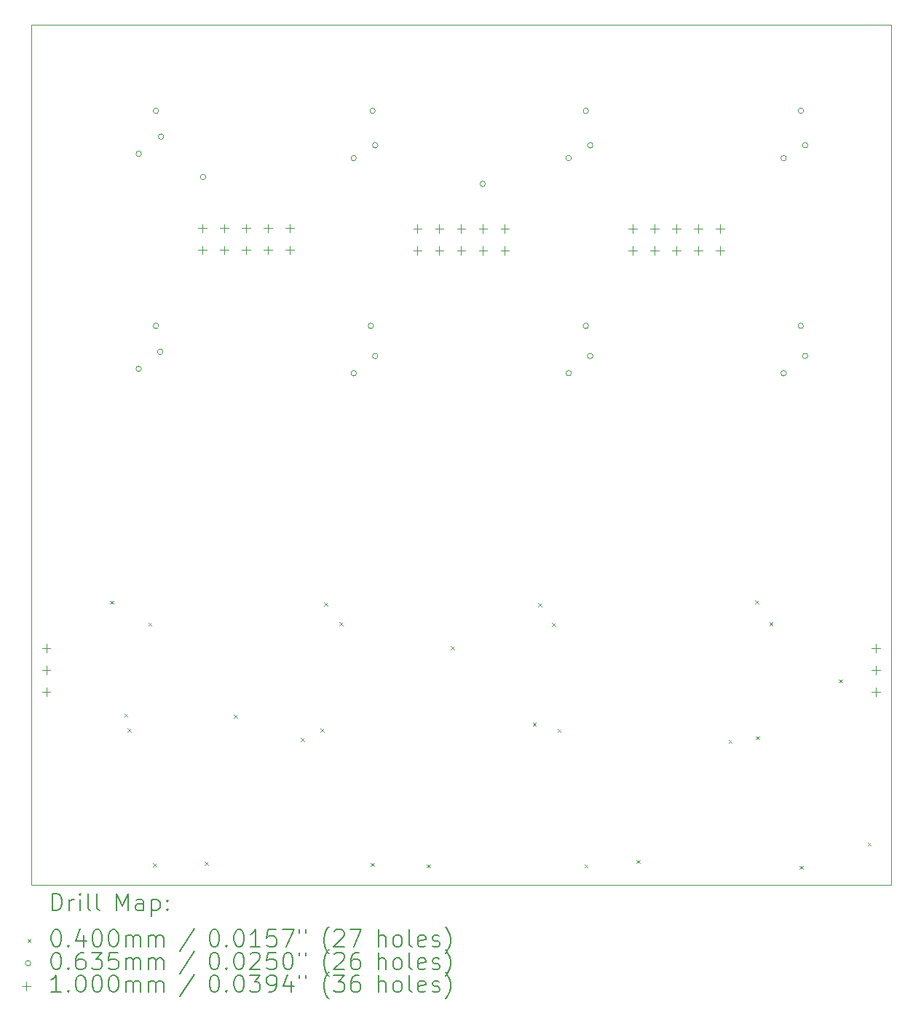
<source format=gbr>
%TF.GenerationSoftware,KiCad,Pcbnew,(7.0.0)*%
%TF.CreationDate,2023-05-19T01:57:26+02:00*%
%TF.ProjectId,Pad,5061642e-6b69-4636-9164-5f7063625858,rev?*%
%TF.SameCoordinates,Original*%
%TF.FileFunction,Drillmap*%
%TF.FilePolarity,Positive*%
%FSLAX45Y45*%
G04 Gerber Fmt 4.5, Leading zero omitted, Abs format (unit mm)*
G04 Created by KiCad (PCBNEW (7.0.0)) date 2023-05-19 01:57:26*
%MOMM*%
%LPD*%
G01*
G04 APERTURE LIST*
%ADD10C,0.100000*%
%ADD11C,0.200000*%
%ADD12C,0.040000*%
%ADD13C,0.063500*%
G04 APERTURE END LIST*
D10*
X16100000Y-28700000D02*
X6100000Y-28700000D01*
X6100000Y-18700000D01*
X16100000Y-18700000D01*
X16100000Y-28700000D01*
D11*
D12*
X7015000Y-25393081D02*
X7055000Y-25433081D01*
X7055000Y-25393081D02*
X7015000Y-25433081D01*
X7181000Y-26706000D02*
X7221000Y-26746000D01*
X7221000Y-26706000D02*
X7181000Y-26746000D01*
X7220000Y-26881081D02*
X7260000Y-26921081D01*
X7260000Y-26881081D02*
X7220000Y-26921081D01*
X7461000Y-25649000D02*
X7501000Y-25689000D01*
X7501000Y-25649000D02*
X7461000Y-25689000D01*
X7517000Y-28444000D02*
X7557000Y-28484000D01*
X7557000Y-28444000D02*
X7517000Y-28484000D01*
X8117000Y-28431000D02*
X8157000Y-28471000D01*
X8157000Y-28431000D02*
X8117000Y-28471000D01*
X8455000Y-26719000D02*
X8495000Y-26759000D01*
X8495000Y-26719000D02*
X8455000Y-26759000D01*
X9235000Y-26992000D02*
X9275000Y-27032000D01*
X9275000Y-26992000D02*
X9235000Y-27032000D01*
X9463000Y-26882081D02*
X9503000Y-26922081D01*
X9503000Y-26882081D02*
X9463000Y-26922081D01*
X9506000Y-25418081D02*
X9546000Y-25458081D01*
X9546000Y-25418081D02*
X9506000Y-25458081D01*
X9681000Y-25646000D02*
X9721000Y-25686000D01*
X9721000Y-25646000D02*
X9681000Y-25686000D01*
X10048000Y-28441500D02*
X10088000Y-28481500D01*
X10088000Y-28441500D02*
X10048000Y-28481500D01*
X10700000Y-28460000D02*
X10740000Y-28500000D01*
X10740000Y-28460000D02*
X10700000Y-28500000D01*
X10979000Y-25922000D02*
X11019000Y-25962000D01*
X11019000Y-25922000D02*
X10979000Y-25962000D01*
X11931000Y-26810000D02*
X11971000Y-26850000D01*
X11971000Y-26810000D02*
X11931000Y-26850000D01*
X11997000Y-25422000D02*
X12037000Y-25462000D01*
X12037000Y-25422000D02*
X11997000Y-25462000D01*
X12157000Y-25650000D02*
X12197000Y-25690000D01*
X12197000Y-25650000D02*
X12157000Y-25690000D01*
X12220000Y-26885081D02*
X12260000Y-26925081D01*
X12260000Y-26885081D02*
X12220000Y-26925081D01*
X12533000Y-28460000D02*
X12573000Y-28500000D01*
X12573000Y-28460000D02*
X12533000Y-28500000D01*
X13138000Y-28409000D02*
X13178000Y-28449000D01*
X13178000Y-28409000D02*
X13138000Y-28449000D01*
X14210000Y-27011000D02*
X14250000Y-27051000D01*
X14250000Y-27011000D02*
X14210000Y-27051000D01*
X14519965Y-25390035D02*
X14559965Y-25430035D01*
X14559965Y-25390035D02*
X14519965Y-25430035D01*
X14525000Y-26969081D02*
X14565000Y-27009081D01*
X14565000Y-26969081D02*
X14525000Y-27009081D01*
X14684000Y-25646000D02*
X14724000Y-25686000D01*
X14724000Y-25646000D02*
X14684000Y-25686000D01*
X15033000Y-28476000D02*
X15073000Y-28516000D01*
X15073000Y-28476000D02*
X15033000Y-28516000D01*
X15493000Y-26309000D02*
X15533000Y-26349000D01*
X15533000Y-26309000D02*
X15493000Y-26349000D01*
X15827000Y-28206000D02*
X15867000Y-28246000D01*
X15867000Y-28206000D02*
X15827000Y-28246000D01*
D13*
X7381750Y-20200000D02*
G75*
G03*
X7381750Y-20200000I-31750J0D01*
G01*
X7381750Y-22700000D02*
G75*
G03*
X7381750Y-22700000I-31750J0D01*
G01*
X7581750Y-19700000D02*
G75*
G03*
X7581750Y-19700000I-31750J0D01*
G01*
X7581750Y-22200000D02*
G75*
G03*
X7581750Y-22200000I-31750J0D01*
G01*
X7631750Y-22500000D02*
G75*
G03*
X7631750Y-22500000I-31750J0D01*
G01*
X7641750Y-20000000D02*
G75*
G03*
X7641750Y-20000000I-31750J0D01*
G01*
X8131750Y-20470000D02*
G75*
G03*
X8131750Y-20470000I-31750J0D01*
G01*
X9881750Y-20250000D02*
G75*
G03*
X9881750Y-20250000I-31750J0D01*
G01*
X9881750Y-22750000D02*
G75*
G03*
X9881750Y-22750000I-31750J0D01*
G01*
X10081750Y-22200000D02*
G75*
G03*
X10081750Y-22200000I-31750J0D01*
G01*
X10101750Y-19700000D02*
G75*
G03*
X10101750Y-19700000I-31750J0D01*
G01*
X10131750Y-20100000D02*
G75*
G03*
X10131750Y-20100000I-31750J0D01*
G01*
X10131750Y-22550000D02*
G75*
G03*
X10131750Y-22550000I-31750J0D01*
G01*
X11381750Y-20550000D02*
G75*
G03*
X11381750Y-20550000I-31750J0D01*
G01*
X12381750Y-20250000D02*
G75*
G03*
X12381750Y-20250000I-31750J0D01*
G01*
X12381750Y-22750000D02*
G75*
G03*
X12381750Y-22750000I-31750J0D01*
G01*
X12581750Y-19700000D02*
G75*
G03*
X12581750Y-19700000I-31750J0D01*
G01*
X12581750Y-22200000D02*
G75*
G03*
X12581750Y-22200000I-31750J0D01*
G01*
X12631750Y-20100000D02*
G75*
G03*
X12631750Y-20100000I-31750J0D01*
G01*
X12631750Y-22550000D02*
G75*
G03*
X12631750Y-22550000I-31750J0D01*
G01*
X14881750Y-20250000D02*
G75*
G03*
X14881750Y-20250000I-31750J0D01*
G01*
X14881750Y-22750000D02*
G75*
G03*
X14881750Y-22750000I-31750J0D01*
G01*
X15081750Y-19700000D02*
G75*
G03*
X15081750Y-19700000I-31750J0D01*
G01*
X15081750Y-22200000D02*
G75*
G03*
X15081750Y-22200000I-31750J0D01*
G01*
X15131750Y-20100000D02*
G75*
G03*
X15131750Y-20100000I-31750J0D01*
G01*
X15131750Y-22550000D02*
G75*
G03*
X15131750Y-22550000I-31750J0D01*
G01*
D10*
X6275000Y-25896000D02*
X6275000Y-25996000D01*
X6225000Y-25946000D02*
X6325000Y-25946000D01*
X6275000Y-26150000D02*
X6275000Y-26250000D01*
X6225000Y-26200000D02*
X6325000Y-26200000D01*
X6275000Y-26404000D02*
X6275000Y-26504000D01*
X6225000Y-26454000D02*
X6325000Y-26454000D01*
X8092000Y-21016000D02*
X8092000Y-21116000D01*
X8042000Y-21066000D02*
X8142000Y-21066000D01*
X8092000Y-21270000D02*
X8092000Y-21370000D01*
X8042000Y-21320000D02*
X8142000Y-21320000D01*
X8346000Y-21016000D02*
X8346000Y-21116000D01*
X8296000Y-21066000D02*
X8396000Y-21066000D01*
X8346000Y-21270000D02*
X8346000Y-21370000D01*
X8296000Y-21320000D02*
X8396000Y-21320000D01*
X8600000Y-21016000D02*
X8600000Y-21116000D01*
X8550000Y-21066000D02*
X8650000Y-21066000D01*
X8600000Y-21270000D02*
X8600000Y-21370000D01*
X8550000Y-21320000D02*
X8650000Y-21320000D01*
X8854000Y-21016000D02*
X8854000Y-21116000D01*
X8804000Y-21066000D02*
X8904000Y-21066000D01*
X8854000Y-21270000D02*
X8854000Y-21370000D01*
X8804000Y-21320000D02*
X8904000Y-21320000D01*
X9108000Y-21016000D02*
X9108000Y-21116000D01*
X9058000Y-21066000D02*
X9158000Y-21066000D01*
X9108000Y-21270000D02*
X9108000Y-21370000D01*
X9058000Y-21320000D02*
X9158000Y-21320000D01*
X10592000Y-21021250D02*
X10592000Y-21121250D01*
X10542000Y-21071250D02*
X10642000Y-21071250D01*
X10592000Y-21275250D02*
X10592000Y-21375250D01*
X10542000Y-21325250D02*
X10642000Y-21325250D01*
X10846000Y-21021250D02*
X10846000Y-21121250D01*
X10796000Y-21071250D02*
X10896000Y-21071250D01*
X10846000Y-21275250D02*
X10846000Y-21375250D01*
X10796000Y-21325250D02*
X10896000Y-21325250D01*
X11100000Y-21021250D02*
X11100000Y-21121250D01*
X11050000Y-21071250D02*
X11150000Y-21071250D01*
X11100000Y-21275250D02*
X11100000Y-21375250D01*
X11050000Y-21325250D02*
X11150000Y-21325250D01*
X11354000Y-21021250D02*
X11354000Y-21121250D01*
X11304000Y-21071250D02*
X11404000Y-21071250D01*
X11354000Y-21275250D02*
X11354000Y-21375250D01*
X11304000Y-21325250D02*
X11404000Y-21325250D01*
X11608000Y-21021250D02*
X11608000Y-21121250D01*
X11558000Y-21071250D02*
X11658000Y-21071250D01*
X11608000Y-21275250D02*
X11608000Y-21375250D01*
X11558000Y-21325250D02*
X11658000Y-21325250D01*
X13094000Y-21021250D02*
X13094000Y-21121250D01*
X13044000Y-21071250D02*
X13144000Y-21071250D01*
X13094000Y-21275250D02*
X13094000Y-21375250D01*
X13044000Y-21325250D02*
X13144000Y-21325250D01*
X13348000Y-21021250D02*
X13348000Y-21121250D01*
X13298000Y-21071250D02*
X13398000Y-21071250D01*
X13348000Y-21275250D02*
X13348000Y-21375250D01*
X13298000Y-21325250D02*
X13398000Y-21325250D01*
X13602000Y-21021250D02*
X13602000Y-21121250D01*
X13552000Y-21071250D02*
X13652000Y-21071250D01*
X13602000Y-21275250D02*
X13602000Y-21375250D01*
X13552000Y-21325250D02*
X13652000Y-21325250D01*
X13856000Y-21021250D02*
X13856000Y-21121250D01*
X13806000Y-21071250D02*
X13906000Y-21071250D01*
X13856000Y-21275250D02*
X13856000Y-21375250D01*
X13806000Y-21325250D02*
X13906000Y-21325250D01*
X14110000Y-21021250D02*
X14110000Y-21121250D01*
X14060000Y-21071250D02*
X14160000Y-21071250D01*
X14110000Y-21275250D02*
X14110000Y-21375250D01*
X14060000Y-21325250D02*
X14160000Y-21325250D01*
X15925000Y-25896000D02*
X15925000Y-25996000D01*
X15875000Y-25946000D02*
X15975000Y-25946000D01*
X15925000Y-26150000D02*
X15925000Y-26250000D01*
X15875000Y-26200000D02*
X15975000Y-26200000D01*
X15925000Y-26404000D02*
X15925000Y-26504000D01*
X15875000Y-26454000D02*
X15975000Y-26454000D01*
D11*
X6342619Y-28998476D02*
X6342619Y-28798476D01*
X6342619Y-28798476D02*
X6390238Y-28798476D01*
X6390238Y-28798476D02*
X6418809Y-28808000D01*
X6418809Y-28808000D02*
X6437857Y-28827048D01*
X6437857Y-28827048D02*
X6447381Y-28846095D01*
X6447381Y-28846095D02*
X6456905Y-28884190D01*
X6456905Y-28884190D02*
X6456905Y-28912762D01*
X6456905Y-28912762D02*
X6447381Y-28950857D01*
X6447381Y-28950857D02*
X6437857Y-28969905D01*
X6437857Y-28969905D02*
X6418809Y-28988952D01*
X6418809Y-28988952D02*
X6390238Y-28998476D01*
X6390238Y-28998476D02*
X6342619Y-28998476D01*
X6542619Y-28998476D02*
X6542619Y-28865143D01*
X6542619Y-28903238D02*
X6552143Y-28884190D01*
X6552143Y-28884190D02*
X6561667Y-28874667D01*
X6561667Y-28874667D02*
X6580714Y-28865143D01*
X6580714Y-28865143D02*
X6599762Y-28865143D01*
X6666428Y-28998476D02*
X6666428Y-28865143D01*
X6666428Y-28798476D02*
X6656905Y-28808000D01*
X6656905Y-28808000D02*
X6666428Y-28817524D01*
X6666428Y-28817524D02*
X6675952Y-28808000D01*
X6675952Y-28808000D02*
X6666428Y-28798476D01*
X6666428Y-28798476D02*
X6666428Y-28817524D01*
X6790238Y-28998476D02*
X6771190Y-28988952D01*
X6771190Y-28988952D02*
X6761667Y-28969905D01*
X6761667Y-28969905D02*
X6761667Y-28798476D01*
X6895000Y-28998476D02*
X6875952Y-28988952D01*
X6875952Y-28988952D02*
X6866428Y-28969905D01*
X6866428Y-28969905D02*
X6866428Y-28798476D01*
X7091190Y-28998476D02*
X7091190Y-28798476D01*
X7091190Y-28798476D02*
X7157857Y-28941333D01*
X7157857Y-28941333D02*
X7224524Y-28798476D01*
X7224524Y-28798476D02*
X7224524Y-28998476D01*
X7405476Y-28998476D02*
X7405476Y-28893714D01*
X7405476Y-28893714D02*
X7395952Y-28874667D01*
X7395952Y-28874667D02*
X7376905Y-28865143D01*
X7376905Y-28865143D02*
X7338809Y-28865143D01*
X7338809Y-28865143D02*
X7319762Y-28874667D01*
X7405476Y-28988952D02*
X7386428Y-28998476D01*
X7386428Y-28998476D02*
X7338809Y-28998476D01*
X7338809Y-28998476D02*
X7319762Y-28988952D01*
X7319762Y-28988952D02*
X7310238Y-28969905D01*
X7310238Y-28969905D02*
X7310238Y-28950857D01*
X7310238Y-28950857D02*
X7319762Y-28931809D01*
X7319762Y-28931809D02*
X7338809Y-28922286D01*
X7338809Y-28922286D02*
X7386428Y-28922286D01*
X7386428Y-28922286D02*
X7405476Y-28912762D01*
X7500714Y-28865143D02*
X7500714Y-29065143D01*
X7500714Y-28874667D02*
X7519762Y-28865143D01*
X7519762Y-28865143D02*
X7557857Y-28865143D01*
X7557857Y-28865143D02*
X7576905Y-28874667D01*
X7576905Y-28874667D02*
X7586428Y-28884190D01*
X7586428Y-28884190D02*
X7595952Y-28903238D01*
X7595952Y-28903238D02*
X7595952Y-28960381D01*
X7595952Y-28960381D02*
X7586428Y-28979428D01*
X7586428Y-28979428D02*
X7576905Y-28988952D01*
X7576905Y-28988952D02*
X7557857Y-28998476D01*
X7557857Y-28998476D02*
X7519762Y-28998476D01*
X7519762Y-28998476D02*
X7500714Y-28988952D01*
X7681667Y-28979428D02*
X7691190Y-28988952D01*
X7691190Y-28988952D02*
X7681667Y-28998476D01*
X7681667Y-28998476D02*
X7672143Y-28988952D01*
X7672143Y-28988952D02*
X7681667Y-28979428D01*
X7681667Y-28979428D02*
X7681667Y-28998476D01*
X7681667Y-28874667D02*
X7691190Y-28884190D01*
X7691190Y-28884190D02*
X7681667Y-28893714D01*
X7681667Y-28893714D02*
X7672143Y-28884190D01*
X7672143Y-28884190D02*
X7681667Y-28874667D01*
X7681667Y-28874667D02*
X7681667Y-28893714D01*
D12*
X6055000Y-29325000D02*
X6095000Y-29365000D01*
X6095000Y-29325000D02*
X6055000Y-29365000D01*
D11*
X6380714Y-29218476D02*
X6399762Y-29218476D01*
X6399762Y-29218476D02*
X6418809Y-29228000D01*
X6418809Y-29228000D02*
X6428333Y-29237524D01*
X6428333Y-29237524D02*
X6437857Y-29256571D01*
X6437857Y-29256571D02*
X6447381Y-29294667D01*
X6447381Y-29294667D02*
X6447381Y-29342286D01*
X6447381Y-29342286D02*
X6437857Y-29380381D01*
X6437857Y-29380381D02*
X6428333Y-29399428D01*
X6428333Y-29399428D02*
X6418809Y-29408952D01*
X6418809Y-29408952D02*
X6399762Y-29418476D01*
X6399762Y-29418476D02*
X6380714Y-29418476D01*
X6380714Y-29418476D02*
X6361667Y-29408952D01*
X6361667Y-29408952D02*
X6352143Y-29399428D01*
X6352143Y-29399428D02*
X6342619Y-29380381D01*
X6342619Y-29380381D02*
X6333095Y-29342286D01*
X6333095Y-29342286D02*
X6333095Y-29294667D01*
X6333095Y-29294667D02*
X6342619Y-29256571D01*
X6342619Y-29256571D02*
X6352143Y-29237524D01*
X6352143Y-29237524D02*
X6361667Y-29228000D01*
X6361667Y-29228000D02*
X6380714Y-29218476D01*
X6533095Y-29399428D02*
X6542619Y-29408952D01*
X6542619Y-29408952D02*
X6533095Y-29418476D01*
X6533095Y-29418476D02*
X6523571Y-29408952D01*
X6523571Y-29408952D02*
X6533095Y-29399428D01*
X6533095Y-29399428D02*
X6533095Y-29418476D01*
X6714048Y-29285143D02*
X6714048Y-29418476D01*
X6666428Y-29208952D02*
X6618809Y-29351809D01*
X6618809Y-29351809D02*
X6742619Y-29351809D01*
X6856905Y-29218476D02*
X6875952Y-29218476D01*
X6875952Y-29218476D02*
X6895000Y-29228000D01*
X6895000Y-29228000D02*
X6904524Y-29237524D01*
X6904524Y-29237524D02*
X6914048Y-29256571D01*
X6914048Y-29256571D02*
X6923571Y-29294667D01*
X6923571Y-29294667D02*
X6923571Y-29342286D01*
X6923571Y-29342286D02*
X6914048Y-29380381D01*
X6914048Y-29380381D02*
X6904524Y-29399428D01*
X6904524Y-29399428D02*
X6895000Y-29408952D01*
X6895000Y-29408952D02*
X6875952Y-29418476D01*
X6875952Y-29418476D02*
X6856905Y-29418476D01*
X6856905Y-29418476D02*
X6837857Y-29408952D01*
X6837857Y-29408952D02*
X6828333Y-29399428D01*
X6828333Y-29399428D02*
X6818809Y-29380381D01*
X6818809Y-29380381D02*
X6809286Y-29342286D01*
X6809286Y-29342286D02*
X6809286Y-29294667D01*
X6809286Y-29294667D02*
X6818809Y-29256571D01*
X6818809Y-29256571D02*
X6828333Y-29237524D01*
X6828333Y-29237524D02*
X6837857Y-29228000D01*
X6837857Y-29228000D02*
X6856905Y-29218476D01*
X7047381Y-29218476D02*
X7066429Y-29218476D01*
X7066429Y-29218476D02*
X7085476Y-29228000D01*
X7085476Y-29228000D02*
X7095000Y-29237524D01*
X7095000Y-29237524D02*
X7104524Y-29256571D01*
X7104524Y-29256571D02*
X7114048Y-29294667D01*
X7114048Y-29294667D02*
X7114048Y-29342286D01*
X7114048Y-29342286D02*
X7104524Y-29380381D01*
X7104524Y-29380381D02*
X7095000Y-29399428D01*
X7095000Y-29399428D02*
X7085476Y-29408952D01*
X7085476Y-29408952D02*
X7066429Y-29418476D01*
X7066429Y-29418476D02*
X7047381Y-29418476D01*
X7047381Y-29418476D02*
X7028333Y-29408952D01*
X7028333Y-29408952D02*
X7018809Y-29399428D01*
X7018809Y-29399428D02*
X7009286Y-29380381D01*
X7009286Y-29380381D02*
X6999762Y-29342286D01*
X6999762Y-29342286D02*
X6999762Y-29294667D01*
X6999762Y-29294667D02*
X7009286Y-29256571D01*
X7009286Y-29256571D02*
X7018809Y-29237524D01*
X7018809Y-29237524D02*
X7028333Y-29228000D01*
X7028333Y-29228000D02*
X7047381Y-29218476D01*
X7199762Y-29418476D02*
X7199762Y-29285143D01*
X7199762Y-29304190D02*
X7209286Y-29294667D01*
X7209286Y-29294667D02*
X7228333Y-29285143D01*
X7228333Y-29285143D02*
X7256905Y-29285143D01*
X7256905Y-29285143D02*
X7275952Y-29294667D01*
X7275952Y-29294667D02*
X7285476Y-29313714D01*
X7285476Y-29313714D02*
X7285476Y-29418476D01*
X7285476Y-29313714D02*
X7295000Y-29294667D01*
X7295000Y-29294667D02*
X7314048Y-29285143D01*
X7314048Y-29285143D02*
X7342619Y-29285143D01*
X7342619Y-29285143D02*
X7361667Y-29294667D01*
X7361667Y-29294667D02*
X7371190Y-29313714D01*
X7371190Y-29313714D02*
X7371190Y-29418476D01*
X7466429Y-29418476D02*
X7466429Y-29285143D01*
X7466429Y-29304190D02*
X7475952Y-29294667D01*
X7475952Y-29294667D02*
X7495000Y-29285143D01*
X7495000Y-29285143D02*
X7523571Y-29285143D01*
X7523571Y-29285143D02*
X7542619Y-29294667D01*
X7542619Y-29294667D02*
X7552143Y-29313714D01*
X7552143Y-29313714D02*
X7552143Y-29418476D01*
X7552143Y-29313714D02*
X7561667Y-29294667D01*
X7561667Y-29294667D02*
X7580714Y-29285143D01*
X7580714Y-29285143D02*
X7609286Y-29285143D01*
X7609286Y-29285143D02*
X7628333Y-29294667D01*
X7628333Y-29294667D02*
X7637857Y-29313714D01*
X7637857Y-29313714D02*
X7637857Y-29418476D01*
X7995952Y-29208952D02*
X7824524Y-29466095D01*
X8220714Y-29218476D02*
X8239762Y-29218476D01*
X8239762Y-29218476D02*
X8258810Y-29228000D01*
X8258810Y-29228000D02*
X8268333Y-29237524D01*
X8268333Y-29237524D02*
X8277857Y-29256571D01*
X8277857Y-29256571D02*
X8287381Y-29294667D01*
X8287381Y-29294667D02*
X8287381Y-29342286D01*
X8287381Y-29342286D02*
X8277857Y-29380381D01*
X8277857Y-29380381D02*
X8268333Y-29399428D01*
X8268333Y-29399428D02*
X8258810Y-29408952D01*
X8258810Y-29408952D02*
X8239762Y-29418476D01*
X8239762Y-29418476D02*
X8220714Y-29418476D01*
X8220714Y-29418476D02*
X8201667Y-29408952D01*
X8201667Y-29408952D02*
X8192143Y-29399428D01*
X8192143Y-29399428D02*
X8182619Y-29380381D01*
X8182619Y-29380381D02*
X8173095Y-29342286D01*
X8173095Y-29342286D02*
X8173095Y-29294667D01*
X8173095Y-29294667D02*
X8182619Y-29256571D01*
X8182619Y-29256571D02*
X8192143Y-29237524D01*
X8192143Y-29237524D02*
X8201667Y-29228000D01*
X8201667Y-29228000D02*
X8220714Y-29218476D01*
X8373095Y-29399428D02*
X8382619Y-29408952D01*
X8382619Y-29408952D02*
X8373095Y-29418476D01*
X8373095Y-29418476D02*
X8363571Y-29408952D01*
X8363571Y-29408952D02*
X8373095Y-29399428D01*
X8373095Y-29399428D02*
X8373095Y-29418476D01*
X8506429Y-29218476D02*
X8525476Y-29218476D01*
X8525476Y-29218476D02*
X8544524Y-29228000D01*
X8544524Y-29228000D02*
X8554048Y-29237524D01*
X8554048Y-29237524D02*
X8563572Y-29256571D01*
X8563572Y-29256571D02*
X8573095Y-29294667D01*
X8573095Y-29294667D02*
X8573095Y-29342286D01*
X8573095Y-29342286D02*
X8563572Y-29380381D01*
X8563572Y-29380381D02*
X8554048Y-29399428D01*
X8554048Y-29399428D02*
X8544524Y-29408952D01*
X8544524Y-29408952D02*
X8525476Y-29418476D01*
X8525476Y-29418476D02*
X8506429Y-29418476D01*
X8506429Y-29418476D02*
X8487381Y-29408952D01*
X8487381Y-29408952D02*
X8477857Y-29399428D01*
X8477857Y-29399428D02*
X8468333Y-29380381D01*
X8468333Y-29380381D02*
X8458810Y-29342286D01*
X8458810Y-29342286D02*
X8458810Y-29294667D01*
X8458810Y-29294667D02*
X8468333Y-29256571D01*
X8468333Y-29256571D02*
X8477857Y-29237524D01*
X8477857Y-29237524D02*
X8487381Y-29228000D01*
X8487381Y-29228000D02*
X8506429Y-29218476D01*
X8763572Y-29418476D02*
X8649286Y-29418476D01*
X8706429Y-29418476D02*
X8706429Y-29218476D01*
X8706429Y-29218476D02*
X8687381Y-29247048D01*
X8687381Y-29247048D02*
X8668333Y-29266095D01*
X8668333Y-29266095D02*
X8649286Y-29275619D01*
X8944524Y-29218476D02*
X8849286Y-29218476D01*
X8849286Y-29218476D02*
X8839762Y-29313714D01*
X8839762Y-29313714D02*
X8849286Y-29304190D01*
X8849286Y-29304190D02*
X8868333Y-29294667D01*
X8868333Y-29294667D02*
X8915953Y-29294667D01*
X8915953Y-29294667D02*
X8935000Y-29304190D01*
X8935000Y-29304190D02*
X8944524Y-29313714D01*
X8944524Y-29313714D02*
X8954048Y-29332762D01*
X8954048Y-29332762D02*
X8954048Y-29380381D01*
X8954048Y-29380381D02*
X8944524Y-29399428D01*
X8944524Y-29399428D02*
X8935000Y-29408952D01*
X8935000Y-29408952D02*
X8915953Y-29418476D01*
X8915953Y-29418476D02*
X8868333Y-29418476D01*
X8868333Y-29418476D02*
X8849286Y-29408952D01*
X8849286Y-29408952D02*
X8839762Y-29399428D01*
X9020714Y-29218476D02*
X9154048Y-29218476D01*
X9154048Y-29218476D02*
X9068333Y-29418476D01*
X9220714Y-29218476D02*
X9220714Y-29256571D01*
X9296905Y-29218476D02*
X9296905Y-29256571D01*
X9559762Y-29494667D02*
X9550238Y-29485143D01*
X9550238Y-29485143D02*
X9531191Y-29456571D01*
X9531191Y-29456571D02*
X9521667Y-29437524D01*
X9521667Y-29437524D02*
X9512143Y-29408952D01*
X9512143Y-29408952D02*
X9502619Y-29361333D01*
X9502619Y-29361333D02*
X9502619Y-29323238D01*
X9502619Y-29323238D02*
X9512143Y-29275619D01*
X9512143Y-29275619D02*
X9521667Y-29247048D01*
X9521667Y-29247048D02*
X9531191Y-29228000D01*
X9531191Y-29228000D02*
X9550238Y-29199428D01*
X9550238Y-29199428D02*
X9559762Y-29189905D01*
X9626429Y-29237524D02*
X9635953Y-29228000D01*
X9635953Y-29228000D02*
X9655000Y-29218476D01*
X9655000Y-29218476D02*
X9702619Y-29218476D01*
X9702619Y-29218476D02*
X9721667Y-29228000D01*
X9721667Y-29228000D02*
X9731191Y-29237524D01*
X9731191Y-29237524D02*
X9740714Y-29256571D01*
X9740714Y-29256571D02*
X9740714Y-29275619D01*
X9740714Y-29275619D02*
X9731191Y-29304190D01*
X9731191Y-29304190D02*
X9616905Y-29418476D01*
X9616905Y-29418476D02*
X9740714Y-29418476D01*
X9807381Y-29218476D02*
X9940714Y-29218476D01*
X9940714Y-29218476D02*
X9855000Y-29418476D01*
X10136905Y-29418476D02*
X10136905Y-29218476D01*
X10222619Y-29418476D02*
X10222619Y-29313714D01*
X10222619Y-29313714D02*
X10213095Y-29294667D01*
X10213095Y-29294667D02*
X10194048Y-29285143D01*
X10194048Y-29285143D02*
X10165476Y-29285143D01*
X10165476Y-29285143D02*
X10146429Y-29294667D01*
X10146429Y-29294667D02*
X10136905Y-29304190D01*
X10346429Y-29418476D02*
X10327381Y-29408952D01*
X10327381Y-29408952D02*
X10317857Y-29399428D01*
X10317857Y-29399428D02*
X10308334Y-29380381D01*
X10308334Y-29380381D02*
X10308334Y-29323238D01*
X10308334Y-29323238D02*
X10317857Y-29304190D01*
X10317857Y-29304190D02*
X10327381Y-29294667D01*
X10327381Y-29294667D02*
X10346429Y-29285143D01*
X10346429Y-29285143D02*
X10375000Y-29285143D01*
X10375000Y-29285143D02*
X10394048Y-29294667D01*
X10394048Y-29294667D02*
X10403572Y-29304190D01*
X10403572Y-29304190D02*
X10413095Y-29323238D01*
X10413095Y-29323238D02*
X10413095Y-29380381D01*
X10413095Y-29380381D02*
X10403572Y-29399428D01*
X10403572Y-29399428D02*
X10394048Y-29408952D01*
X10394048Y-29408952D02*
X10375000Y-29418476D01*
X10375000Y-29418476D02*
X10346429Y-29418476D01*
X10527381Y-29418476D02*
X10508334Y-29408952D01*
X10508334Y-29408952D02*
X10498810Y-29389905D01*
X10498810Y-29389905D02*
X10498810Y-29218476D01*
X10679762Y-29408952D02*
X10660715Y-29418476D01*
X10660715Y-29418476D02*
X10622619Y-29418476D01*
X10622619Y-29418476D02*
X10603572Y-29408952D01*
X10603572Y-29408952D02*
X10594048Y-29389905D01*
X10594048Y-29389905D02*
X10594048Y-29313714D01*
X10594048Y-29313714D02*
X10603572Y-29294667D01*
X10603572Y-29294667D02*
X10622619Y-29285143D01*
X10622619Y-29285143D02*
X10660715Y-29285143D01*
X10660715Y-29285143D02*
X10679762Y-29294667D01*
X10679762Y-29294667D02*
X10689286Y-29313714D01*
X10689286Y-29313714D02*
X10689286Y-29332762D01*
X10689286Y-29332762D02*
X10594048Y-29351809D01*
X10765476Y-29408952D02*
X10784524Y-29418476D01*
X10784524Y-29418476D02*
X10822619Y-29418476D01*
X10822619Y-29418476D02*
X10841667Y-29408952D01*
X10841667Y-29408952D02*
X10851191Y-29389905D01*
X10851191Y-29389905D02*
X10851191Y-29380381D01*
X10851191Y-29380381D02*
X10841667Y-29361333D01*
X10841667Y-29361333D02*
X10822619Y-29351809D01*
X10822619Y-29351809D02*
X10794048Y-29351809D01*
X10794048Y-29351809D02*
X10775000Y-29342286D01*
X10775000Y-29342286D02*
X10765476Y-29323238D01*
X10765476Y-29323238D02*
X10765476Y-29313714D01*
X10765476Y-29313714D02*
X10775000Y-29294667D01*
X10775000Y-29294667D02*
X10794048Y-29285143D01*
X10794048Y-29285143D02*
X10822619Y-29285143D01*
X10822619Y-29285143D02*
X10841667Y-29294667D01*
X10917857Y-29494667D02*
X10927381Y-29485143D01*
X10927381Y-29485143D02*
X10946429Y-29456571D01*
X10946429Y-29456571D02*
X10955953Y-29437524D01*
X10955953Y-29437524D02*
X10965476Y-29408952D01*
X10965476Y-29408952D02*
X10975000Y-29361333D01*
X10975000Y-29361333D02*
X10975000Y-29323238D01*
X10975000Y-29323238D02*
X10965476Y-29275619D01*
X10965476Y-29275619D02*
X10955953Y-29247048D01*
X10955953Y-29247048D02*
X10946429Y-29228000D01*
X10946429Y-29228000D02*
X10927381Y-29199428D01*
X10927381Y-29199428D02*
X10917857Y-29189905D01*
D13*
X6095000Y-29609000D02*
G75*
G03*
X6095000Y-29609000I-31750J0D01*
G01*
D11*
X6380714Y-29482476D02*
X6399762Y-29482476D01*
X6399762Y-29482476D02*
X6418809Y-29492000D01*
X6418809Y-29492000D02*
X6428333Y-29501524D01*
X6428333Y-29501524D02*
X6437857Y-29520571D01*
X6437857Y-29520571D02*
X6447381Y-29558667D01*
X6447381Y-29558667D02*
X6447381Y-29606286D01*
X6447381Y-29606286D02*
X6437857Y-29644381D01*
X6437857Y-29644381D02*
X6428333Y-29663428D01*
X6428333Y-29663428D02*
X6418809Y-29672952D01*
X6418809Y-29672952D02*
X6399762Y-29682476D01*
X6399762Y-29682476D02*
X6380714Y-29682476D01*
X6380714Y-29682476D02*
X6361667Y-29672952D01*
X6361667Y-29672952D02*
X6352143Y-29663428D01*
X6352143Y-29663428D02*
X6342619Y-29644381D01*
X6342619Y-29644381D02*
X6333095Y-29606286D01*
X6333095Y-29606286D02*
X6333095Y-29558667D01*
X6333095Y-29558667D02*
X6342619Y-29520571D01*
X6342619Y-29520571D02*
X6352143Y-29501524D01*
X6352143Y-29501524D02*
X6361667Y-29492000D01*
X6361667Y-29492000D02*
X6380714Y-29482476D01*
X6533095Y-29663428D02*
X6542619Y-29672952D01*
X6542619Y-29672952D02*
X6533095Y-29682476D01*
X6533095Y-29682476D02*
X6523571Y-29672952D01*
X6523571Y-29672952D02*
X6533095Y-29663428D01*
X6533095Y-29663428D02*
X6533095Y-29682476D01*
X6714048Y-29482476D02*
X6675952Y-29482476D01*
X6675952Y-29482476D02*
X6656905Y-29492000D01*
X6656905Y-29492000D02*
X6647381Y-29501524D01*
X6647381Y-29501524D02*
X6628333Y-29530095D01*
X6628333Y-29530095D02*
X6618809Y-29568190D01*
X6618809Y-29568190D02*
X6618809Y-29644381D01*
X6618809Y-29644381D02*
X6628333Y-29663428D01*
X6628333Y-29663428D02*
X6637857Y-29672952D01*
X6637857Y-29672952D02*
X6656905Y-29682476D01*
X6656905Y-29682476D02*
X6695000Y-29682476D01*
X6695000Y-29682476D02*
X6714048Y-29672952D01*
X6714048Y-29672952D02*
X6723571Y-29663428D01*
X6723571Y-29663428D02*
X6733095Y-29644381D01*
X6733095Y-29644381D02*
X6733095Y-29596762D01*
X6733095Y-29596762D02*
X6723571Y-29577714D01*
X6723571Y-29577714D02*
X6714048Y-29568190D01*
X6714048Y-29568190D02*
X6695000Y-29558667D01*
X6695000Y-29558667D02*
X6656905Y-29558667D01*
X6656905Y-29558667D02*
X6637857Y-29568190D01*
X6637857Y-29568190D02*
X6628333Y-29577714D01*
X6628333Y-29577714D02*
X6618809Y-29596762D01*
X6799762Y-29482476D02*
X6923571Y-29482476D01*
X6923571Y-29482476D02*
X6856905Y-29558667D01*
X6856905Y-29558667D02*
X6885476Y-29558667D01*
X6885476Y-29558667D02*
X6904524Y-29568190D01*
X6904524Y-29568190D02*
X6914048Y-29577714D01*
X6914048Y-29577714D02*
X6923571Y-29596762D01*
X6923571Y-29596762D02*
X6923571Y-29644381D01*
X6923571Y-29644381D02*
X6914048Y-29663428D01*
X6914048Y-29663428D02*
X6904524Y-29672952D01*
X6904524Y-29672952D02*
X6885476Y-29682476D01*
X6885476Y-29682476D02*
X6828333Y-29682476D01*
X6828333Y-29682476D02*
X6809286Y-29672952D01*
X6809286Y-29672952D02*
X6799762Y-29663428D01*
X7104524Y-29482476D02*
X7009286Y-29482476D01*
X7009286Y-29482476D02*
X6999762Y-29577714D01*
X6999762Y-29577714D02*
X7009286Y-29568190D01*
X7009286Y-29568190D02*
X7028333Y-29558667D01*
X7028333Y-29558667D02*
X7075952Y-29558667D01*
X7075952Y-29558667D02*
X7095000Y-29568190D01*
X7095000Y-29568190D02*
X7104524Y-29577714D01*
X7104524Y-29577714D02*
X7114048Y-29596762D01*
X7114048Y-29596762D02*
X7114048Y-29644381D01*
X7114048Y-29644381D02*
X7104524Y-29663428D01*
X7104524Y-29663428D02*
X7095000Y-29672952D01*
X7095000Y-29672952D02*
X7075952Y-29682476D01*
X7075952Y-29682476D02*
X7028333Y-29682476D01*
X7028333Y-29682476D02*
X7009286Y-29672952D01*
X7009286Y-29672952D02*
X6999762Y-29663428D01*
X7199762Y-29682476D02*
X7199762Y-29549143D01*
X7199762Y-29568190D02*
X7209286Y-29558667D01*
X7209286Y-29558667D02*
X7228333Y-29549143D01*
X7228333Y-29549143D02*
X7256905Y-29549143D01*
X7256905Y-29549143D02*
X7275952Y-29558667D01*
X7275952Y-29558667D02*
X7285476Y-29577714D01*
X7285476Y-29577714D02*
X7285476Y-29682476D01*
X7285476Y-29577714D02*
X7295000Y-29558667D01*
X7295000Y-29558667D02*
X7314048Y-29549143D01*
X7314048Y-29549143D02*
X7342619Y-29549143D01*
X7342619Y-29549143D02*
X7361667Y-29558667D01*
X7361667Y-29558667D02*
X7371190Y-29577714D01*
X7371190Y-29577714D02*
X7371190Y-29682476D01*
X7466429Y-29682476D02*
X7466429Y-29549143D01*
X7466429Y-29568190D02*
X7475952Y-29558667D01*
X7475952Y-29558667D02*
X7495000Y-29549143D01*
X7495000Y-29549143D02*
X7523571Y-29549143D01*
X7523571Y-29549143D02*
X7542619Y-29558667D01*
X7542619Y-29558667D02*
X7552143Y-29577714D01*
X7552143Y-29577714D02*
X7552143Y-29682476D01*
X7552143Y-29577714D02*
X7561667Y-29558667D01*
X7561667Y-29558667D02*
X7580714Y-29549143D01*
X7580714Y-29549143D02*
X7609286Y-29549143D01*
X7609286Y-29549143D02*
X7628333Y-29558667D01*
X7628333Y-29558667D02*
X7637857Y-29577714D01*
X7637857Y-29577714D02*
X7637857Y-29682476D01*
X7995952Y-29472952D02*
X7824524Y-29730095D01*
X8220714Y-29482476D02*
X8239762Y-29482476D01*
X8239762Y-29482476D02*
X8258810Y-29492000D01*
X8258810Y-29492000D02*
X8268333Y-29501524D01*
X8268333Y-29501524D02*
X8277857Y-29520571D01*
X8277857Y-29520571D02*
X8287381Y-29558667D01*
X8287381Y-29558667D02*
X8287381Y-29606286D01*
X8287381Y-29606286D02*
X8277857Y-29644381D01*
X8277857Y-29644381D02*
X8268333Y-29663428D01*
X8268333Y-29663428D02*
X8258810Y-29672952D01*
X8258810Y-29672952D02*
X8239762Y-29682476D01*
X8239762Y-29682476D02*
X8220714Y-29682476D01*
X8220714Y-29682476D02*
X8201667Y-29672952D01*
X8201667Y-29672952D02*
X8192143Y-29663428D01*
X8192143Y-29663428D02*
X8182619Y-29644381D01*
X8182619Y-29644381D02*
X8173095Y-29606286D01*
X8173095Y-29606286D02*
X8173095Y-29558667D01*
X8173095Y-29558667D02*
X8182619Y-29520571D01*
X8182619Y-29520571D02*
X8192143Y-29501524D01*
X8192143Y-29501524D02*
X8201667Y-29492000D01*
X8201667Y-29492000D02*
X8220714Y-29482476D01*
X8373095Y-29663428D02*
X8382619Y-29672952D01*
X8382619Y-29672952D02*
X8373095Y-29682476D01*
X8373095Y-29682476D02*
X8363571Y-29672952D01*
X8363571Y-29672952D02*
X8373095Y-29663428D01*
X8373095Y-29663428D02*
X8373095Y-29682476D01*
X8506429Y-29482476D02*
X8525476Y-29482476D01*
X8525476Y-29482476D02*
X8544524Y-29492000D01*
X8544524Y-29492000D02*
X8554048Y-29501524D01*
X8554048Y-29501524D02*
X8563572Y-29520571D01*
X8563572Y-29520571D02*
X8573095Y-29558667D01*
X8573095Y-29558667D02*
X8573095Y-29606286D01*
X8573095Y-29606286D02*
X8563572Y-29644381D01*
X8563572Y-29644381D02*
X8554048Y-29663428D01*
X8554048Y-29663428D02*
X8544524Y-29672952D01*
X8544524Y-29672952D02*
X8525476Y-29682476D01*
X8525476Y-29682476D02*
X8506429Y-29682476D01*
X8506429Y-29682476D02*
X8487381Y-29672952D01*
X8487381Y-29672952D02*
X8477857Y-29663428D01*
X8477857Y-29663428D02*
X8468333Y-29644381D01*
X8468333Y-29644381D02*
X8458810Y-29606286D01*
X8458810Y-29606286D02*
X8458810Y-29558667D01*
X8458810Y-29558667D02*
X8468333Y-29520571D01*
X8468333Y-29520571D02*
X8477857Y-29501524D01*
X8477857Y-29501524D02*
X8487381Y-29492000D01*
X8487381Y-29492000D02*
X8506429Y-29482476D01*
X8649286Y-29501524D02*
X8658810Y-29492000D01*
X8658810Y-29492000D02*
X8677857Y-29482476D01*
X8677857Y-29482476D02*
X8725476Y-29482476D01*
X8725476Y-29482476D02*
X8744524Y-29492000D01*
X8744524Y-29492000D02*
X8754048Y-29501524D01*
X8754048Y-29501524D02*
X8763572Y-29520571D01*
X8763572Y-29520571D02*
X8763572Y-29539619D01*
X8763572Y-29539619D02*
X8754048Y-29568190D01*
X8754048Y-29568190D02*
X8639762Y-29682476D01*
X8639762Y-29682476D02*
X8763572Y-29682476D01*
X8944524Y-29482476D02*
X8849286Y-29482476D01*
X8849286Y-29482476D02*
X8839762Y-29577714D01*
X8839762Y-29577714D02*
X8849286Y-29568190D01*
X8849286Y-29568190D02*
X8868333Y-29558667D01*
X8868333Y-29558667D02*
X8915953Y-29558667D01*
X8915953Y-29558667D02*
X8935000Y-29568190D01*
X8935000Y-29568190D02*
X8944524Y-29577714D01*
X8944524Y-29577714D02*
X8954048Y-29596762D01*
X8954048Y-29596762D02*
X8954048Y-29644381D01*
X8954048Y-29644381D02*
X8944524Y-29663428D01*
X8944524Y-29663428D02*
X8935000Y-29672952D01*
X8935000Y-29672952D02*
X8915953Y-29682476D01*
X8915953Y-29682476D02*
X8868333Y-29682476D01*
X8868333Y-29682476D02*
X8849286Y-29672952D01*
X8849286Y-29672952D02*
X8839762Y-29663428D01*
X9077857Y-29482476D02*
X9096905Y-29482476D01*
X9096905Y-29482476D02*
X9115953Y-29492000D01*
X9115953Y-29492000D02*
X9125476Y-29501524D01*
X9125476Y-29501524D02*
X9135000Y-29520571D01*
X9135000Y-29520571D02*
X9144524Y-29558667D01*
X9144524Y-29558667D02*
X9144524Y-29606286D01*
X9144524Y-29606286D02*
X9135000Y-29644381D01*
X9135000Y-29644381D02*
X9125476Y-29663428D01*
X9125476Y-29663428D02*
X9115953Y-29672952D01*
X9115953Y-29672952D02*
X9096905Y-29682476D01*
X9096905Y-29682476D02*
X9077857Y-29682476D01*
X9077857Y-29682476D02*
X9058810Y-29672952D01*
X9058810Y-29672952D02*
X9049286Y-29663428D01*
X9049286Y-29663428D02*
X9039762Y-29644381D01*
X9039762Y-29644381D02*
X9030238Y-29606286D01*
X9030238Y-29606286D02*
X9030238Y-29558667D01*
X9030238Y-29558667D02*
X9039762Y-29520571D01*
X9039762Y-29520571D02*
X9049286Y-29501524D01*
X9049286Y-29501524D02*
X9058810Y-29492000D01*
X9058810Y-29492000D02*
X9077857Y-29482476D01*
X9220714Y-29482476D02*
X9220714Y-29520571D01*
X9296905Y-29482476D02*
X9296905Y-29520571D01*
X9559762Y-29758667D02*
X9550238Y-29749143D01*
X9550238Y-29749143D02*
X9531191Y-29720571D01*
X9531191Y-29720571D02*
X9521667Y-29701524D01*
X9521667Y-29701524D02*
X9512143Y-29672952D01*
X9512143Y-29672952D02*
X9502619Y-29625333D01*
X9502619Y-29625333D02*
X9502619Y-29587238D01*
X9502619Y-29587238D02*
X9512143Y-29539619D01*
X9512143Y-29539619D02*
X9521667Y-29511048D01*
X9521667Y-29511048D02*
X9531191Y-29492000D01*
X9531191Y-29492000D02*
X9550238Y-29463428D01*
X9550238Y-29463428D02*
X9559762Y-29453905D01*
X9626429Y-29501524D02*
X9635953Y-29492000D01*
X9635953Y-29492000D02*
X9655000Y-29482476D01*
X9655000Y-29482476D02*
X9702619Y-29482476D01*
X9702619Y-29482476D02*
X9721667Y-29492000D01*
X9721667Y-29492000D02*
X9731191Y-29501524D01*
X9731191Y-29501524D02*
X9740714Y-29520571D01*
X9740714Y-29520571D02*
X9740714Y-29539619D01*
X9740714Y-29539619D02*
X9731191Y-29568190D01*
X9731191Y-29568190D02*
X9616905Y-29682476D01*
X9616905Y-29682476D02*
X9740714Y-29682476D01*
X9912143Y-29482476D02*
X9874048Y-29482476D01*
X9874048Y-29482476D02*
X9855000Y-29492000D01*
X9855000Y-29492000D02*
X9845476Y-29501524D01*
X9845476Y-29501524D02*
X9826429Y-29530095D01*
X9826429Y-29530095D02*
X9816905Y-29568190D01*
X9816905Y-29568190D02*
X9816905Y-29644381D01*
X9816905Y-29644381D02*
X9826429Y-29663428D01*
X9826429Y-29663428D02*
X9835953Y-29672952D01*
X9835953Y-29672952D02*
X9855000Y-29682476D01*
X9855000Y-29682476D02*
X9893095Y-29682476D01*
X9893095Y-29682476D02*
X9912143Y-29672952D01*
X9912143Y-29672952D02*
X9921667Y-29663428D01*
X9921667Y-29663428D02*
X9931191Y-29644381D01*
X9931191Y-29644381D02*
X9931191Y-29596762D01*
X9931191Y-29596762D02*
X9921667Y-29577714D01*
X9921667Y-29577714D02*
X9912143Y-29568190D01*
X9912143Y-29568190D02*
X9893095Y-29558667D01*
X9893095Y-29558667D02*
X9855000Y-29558667D01*
X9855000Y-29558667D02*
X9835953Y-29568190D01*
X9835953Y-29568190D02*
X9826429Y-29577714D01*
X9826429Y-29577714D02*
X9816905Y-29596762D01*
X10136905Y-29682476D02*
X10136905Y-29482476D01*
X10222619Y-29682476D02*
X10222619Y-29577714D01*
X10222619Y-29577714D02*
X10213095Y-29558667D01*
X10213095Y-29558667D02*
X10194048Y-29549143D01*
X10194048Y-29549143D02*
X10165476Y-29549143D01*
X10165476Y-29549143D02*
X10146429Y-29558667D01*
X10146429Y-29558667D02*
X10136905Y-29568190D01*
X10346429Y-29682476D02*
X10327381Y-29672952D01*
X10327381Y-29672952D02*
X10317857Y-29663428D01*
X10317857Y-29663428D02*
X10308334Y-29644381D01*
X10308334Y-29644381D02*
X10308334Y-29587238D01*
X10308334Y-29587238D02*
X10317857Y-29568190D01*
X10317857Y-29568190D02*
X10327381Y-29558667D01*
X10327381Y-29558667D02*
X10346429Y-29549143D01*
X10346429Y-29549143D02*
X10375000Y-29549143D01*
X10375000Y-29549143D02*
X10394048Y-29558667D01*
X10394048Y-29558667D02*
X10403572Y-29568190D01*
X10403572Y-29568190D02*
X10413095Y-29587238D01*
X10413095Y-29587238D02*
X10413095Y-29644381D01*
X10413095Y-29644381D02*
X10403572Y-29663428D01*
X10403572Y-29663428D02*
X10394048Y-29672952D01*
X10394048Y-29672952D02*
X10375000Y-29682476D01*
X10375000Y-29682476D02*
X10346429Y-29682476D01*
X10527381Y-29682476D02*
X10508334Y-29672952D01*
X10508334Y-29672952D02*
X10498810Y-29653905D01*
X10498810Y-29653905D02*
X10498810Y-29482476D01*
X10679762Y-29672952D02*
X10660715Y-29682476D01*
X10660715Y-29682476D02*
X10622619Y-29682476D01*
X10622619Y-29682476D02*
X10603572Y-29672952D01*
X10603572Y-29672952D02*
X10594048Y-29653905D01*
X10594048Y-29653905D02*
X10594048Y-29577714D01*
X10594048Y-29577714D02*
X10603572Y-29558667D01*
X10603572Y-29558667D02*
X10622619Y-29549143D01*
X10622619Y-29549143D02*
X10660715Y-29549143D01*
X10660715Y-29549143D02*
X10679762Y-29558667D01*
X10679762Y-29558667D02*
X10689286Y-29577714D01*
X10689286Y-29577714D02*
X10689286Y-29596762D01*
X10689286Y-29596762D02*
X10594048Y-29615809D01*
X10765476Y-29672952D02*
X10784524Y-29682476D01*
X10784524Y-29682476D02*
X10822619Y-29682476D01*
X10822619Y-29682476D02*
X10841667Y-29672952D01*
X10841667Y-29672952D02*
X10851191Y-29653905D01*
X10851191Y-29653905D02*
X10851191Y-29644381D01*
X10851191Y-29644381D02*
X10841667Y-29625333D01*
X10841667Y-29625333D02*
X10822619Y-29615809D01*
X10822619Y-29615809D02*
X10794048Y-29615809D01*
X10794048Y-29615809D02*
X10775000Y-29606286D01*
X10775000Y-29606286D02*
X10765476Y-29587238D01*
X10765476Y-29587238D02*
X10765476Y-29577714D01*
X10765476Y-29577714D02*
X10775000Y-29558667D01*
X10775000Y-29558667D02*
X10794048Y-29549143D01*
X10794048Y-29549143D02*
X10822619Y-29549143D01*
X10822619Y-29549143D02*
X10841667Y-29558667D01*
X10917857Y-29758667D02*
X10927381Y-29749143D01*
X10927381Y-29749143D02*
X10946429Y-29720571D01*
X10946429Y-29720571D02*
X10955953Y-29701524D01*
X10955953Y-29701524D02*
X10965476Y-29672952D01*
X10965476Y-29672952D02*
X10975000Y-29625333D01*
X10975000Y-29625333D02*
X10975000Y-29587238D01*
X10975000Y-29587238D02*
X10965476Y-29539619D01*
X10965476Y-29539619D02*
X10955953Y-29511048D01*
X10955953Y-29511048D02*
X10946429Y-29492000D01*
X10946429Y-29492000D02*
X10927381Y-29463428D01*
X10927381Y-29463428D02*
X10917857Y-29453905D01*
D10*
X6045000Y-29823000D02*
X6045000Y-29923000D01*
X5995000Y-29873000D02*
X6095000Y-29873000D01*
D11*
X6447381Y-29946476D02*
X6333095Y-29946476D01*
X6390238Y-29946476D02*
X6390238Y-29746476D01*
X6390238Y-29746476D02*
X6371190Y-29775048D01*
X6371190Y-29775048D02*
X6352143Y-29794095D01*
X6352143Y-29794095D02*
X6333095Y-29803619D01*
X6533095Y-29927428D02*
X6542619Y-29936952D01*
X6542619Y-29936952D02*
X6533095Y-29946476D01*
X6533095Y-29946476D02*
X6523571Y-29936952D01*
X6523571Y-29936952D02*
X6533095Y-29927428D01*
X6533095Y-29927428D02*
X6533095Y-29946476D01*
X6666428Y-29746476D02*
X6685476Y-29746476D01*
X6685476Y-29746476D02*
X6704524Y-29756000D01*
X6704524Y-29756000D02*
X6714048Y-29765524D01*
X6714048Y-29765524D02*
X6723571Y-29784571D01*
X6723571Y-29784571D02*
X6733095Y-29822667D01*
X6733095Y-29822667D02*
X6733095Y-29870286D01*
X6733095Y-29870286D02*
X6723571Y-29908381D01*
X6723571Y-29908381D02*
X6714048Y-29927428D01*
X6714048Y-29927428D02*
X6704524Y-29936952D01*
X6704524Y-29936952D02*
X6685476Y-29946476D01*
X6685476Y-29946476D02*
X6666428Y-29946476D01*
X6666428Y-29946476D02*
X6647381Y-29936952D01*
X6647381Y-29936952D02*
X6637857Y-29927428D01*
X6637857Y-29927428D02*
X6628333Y-29908381D01*
X6628333Y-29908381D02*
X6618809Y-29870286D01*
X6618809Y-29870286D02*
X6618809Y-29822667D01*
X6618809Y-29822667D02*
X6628333Y-29784571D01*
X6628333Y-29784571D02*
X6637857Y-29765524D01*
X6637857Y-29765524D02*
X6647381Y-29756000D01*
X6647381Y-29756000D02*
X6666428Y-29746476D01*
X6856905Y-29746476D02*
X6875952Y-29746476D01*
X6875952Y-29746476D02*
X6895000Y-29756000D01*
X6895000Y-29756000D02*
X6904524Y-29765524D01*
X6904524Y-29765524D02*
X6914048Y-29784571D01*
X6914048Y-29784571D02*
X6923571Y-29822667D01*
X6923571Y-29822667D02*
X6923571Y-29870286D01*
X6923571Y-29870286D02*
X6914048Y-29908381D01*
X6914048Y-29908381D02*
X6904524Y-29927428D01*
X6904524Y-29927428D02*
X6895000Y-29936952D01*
X6895000Y-29936952D02*
X6875952Y-29946476D01*
X6875952Y-29946476D02*
X6856905Y-29946476D01*
X6856905Y-29946476D02*
X6837857Y-29936952D01*
X6837857Y-29936952D02*
X6828333Y-29927428D01*
X6828333Y-29927428D02*
X6818809Y-29908381D01*
X6818809Y-29908381D02*
X6809286Y-29870286D01*
X6809286Y-29870286D02*
X6809286Y-29822667D01*
X6809286Y-29822667D02*
X6818809Y-29784571D01*
X6818809Y-29784571D02*
X6828333Y-29765524D01*
X6828333Y-29765524D02*
X6837857Y-29756000D01*
X6837857Y-29756000D02*
X6856905Y-29746476D01*
X7047381Y-29746476D02*
X7066429Y-29746476D01*
X7066429Y-29746476D02*
X7085476Y-29756000D01*
X7085476Y-29756000D02*
X7095000Y-29765524D01*
X7095000Y-29765524D02*
X7104524Y-29784571D01*
X7104524Y-29784571D02*
X7114048Y-29822667D01*
X7114048Y-29822667D02*
X7114048Y-29870286D01*
X7114048Y-29870286D02*
X7104524Y-29908381D01*
X7104524Y-29908381D02*
X7095000Y-29927428D01*
X7095000Y-29927428D02*
X7085476Y-29936952D01*
X7085476Y-29936952D02*
X7066429Y-29946476D01*
X7066429Y-29946476D02*
X7047381Y-29946476D01*
X7047381Y-29946476D02*
X7028333Y-29936952D01*
X7028333Y-29936952D02*
X7018809Y-29927428D01*
X7018809Y-29927428D02*
X7009286Y-29908381D01*
X7009286Y-29908381D02*
X6999762Y-29870286D01*
X6999762Y-29870286D02*
X6999762Y-29822667D01*
X6999762Y-29822667D02*
X7009286Y-29784571D01*
X7009286Y-29784571D02*
X7018809Y-29765524D01*
X7018809Y-29765524D02*
X7028333Y-29756000D01*
X7028333Y-29756000D02*
X7047381Y-29746476D01*
X7199762Y-29946476D02*
X7199762Y-29813143D01*
X7199762Y-29832190D02*
X7209286Y-29822667D01*
X7209286Y-29822667D02*
X7228333Y-29813143D01*
X7228333Y-29813143D02*
X7256905Y-29813143D01*
X7256905Y-29813143D02*
X7275952Y-29822667D01*
X7275952Y-29822667D02*
X7285476Y-29841714D01*
X7285476Y-29841714D02*
X7285476Y-29946476D01*
X7285476Y-29841714D02*
X7295000Y-29822667D01*
X7295000Y-29822667D02*
X7314048Y-29813143D01*
X7314048Y-29813143D02*
X7342619Y-29813143D01*
X7342619Y-29813143D02*
X7361667Y-29822667D01*
X7361667Y-29822667D02*
X7371190Y-29841714D01*
X7371190Y-29841714D02*
X7371190Y-29946476D01*
X7466429Y-29946476D02*
X7466429Y-29813143D01*
X7466429Y-29832190D02*
X7475952Y-29822667D01*
X7475952Y-29822667D02*
X7495000Y-29813143D01*
X7495000Y-29813143D02*
X7523571Y-29813143D01*
X7523571Y-29813143D02*
X7542619Y-29822667D01*
X7542619Y-29822667D02*
X7552143Y-29841714D01*
X7552143Y-29841714D02*
X7552143Y-29946476D01*
X7552143Y-29841714D02*
X7561667Y-29822667D01*
X7561667Y-29822667D02*
X7580714Y-29813143D01*
X7580714Y-29813143D02*
X7609286Y-29813143D01*
X7609286Y-29813143D02*
X7628333Y-29822667D01*
X7628333Y-29822667D02*
X7637857Y-29841714D01*
X7637857Y-29841714D02*
X7637857Y-29946476D01*
X7995952Y-29736952D02*
X7824524Y-29994095D01*
X8220714Y-29746476D02*
X8239762Y-29746476D01*
X8239762Y-29746476D02*
X8258810Y-29756000D01*
X8258810Y-29756000D02*
X8268333Y-29765524D01*
X8268333Y-29765524D02*
X8277857Y-29784571D01*
X8277857Y-29784571D02*
X8287381Y-29822667D01*
X8287381Y-29822667D02*
X8287381Y-29870286D01*
X8287381Y-29870286D02*
X8277857Y-29908381D01*
X8277857Y-29908381D02*
X8268333Y-29927428D01*
X8268333Y-29927428D02*
X8258810Y-29936952D01*
X8258810Y-29936952D02*
X8239762Y-29946476D01*
X8239762Y-29946476D02*
X8220714Y-29946476D01*
X8220714Y-29946476D02*
X8201667Y-29936952D01*
X8201667Y-29936952D02*
X8192143Y-29927428D01*
X8192143Y-29927428D02*
X8182619Y-29908381D01*
X8182619Y-29908381D02*
X8173095Y-29870286D01*
X8173095Y-29870286D02*
X8173095Y-29822667D01*
X8173095Y-29822667D02*
X8182619Y-29784571D01*
X8182619Y-29784571D02*
X8192143Y-29765524D01*
X8192143Y-29765524D02*
X8201667Y-29756000D01*
X8201667Y-29756000D02*
X8220714Y-29746476D01*
X8373095Y-29927428D02*
X8382619Y-29936952D01*
X8382619Y-29936952D02*
X8373095Y-29946476D01*
X8373095Y-29946476D02*
X8363571Y-29936952D01*
X8363571Y-29936952D02*
X8373095Y-29927428D01*
X8373095Y-29927428D02*
X8373095Y-29946476D01*
X8506429Y-29746476D02*
X8525476Y-29746476D01*
X8525476Y-29746476D02*
X8544524Y-29756000D01*
X8544524Y-29756000D02*
X8554048Y-29765524D01*
X8554048Y-29765524D02*
X8563572Y-29784571D01*
X8563572Y-29784571D02*
X8573095Y-29822667D01*
X8573095Y-29822667D02*
X8573095Y-29870286D01*
X8573095Y-29870286D02*
X8563572Y-29908381D01*
X8563572Y-29908381D02*
X8554048Y-29927428D01*
X8554048Y-29927428D02*
X8544524Y-29936952D01*
X8544524Y-29936952D02*
X8525476Y-29946476D01*
X8525476Y-29946476D02*
X8506429Y-29946476D01*
X8506429Y-29946476D02*
X8487381Y-29936952D01*
X8487381Y-29936952D02*
X8477857Y-29927428D01*
X8477857Y-29927428D02*
X8468333Y-29908381D01*
X8468333Y-29908381D02*
X8458810Y-29870286D01*
X8458810Y-29870286D02*
X8458810Y-29822667D01*
X8458810Y-29822667D02*
X8468333Y-29784571D01*
X8468333Y-29784571D02*
X8477857Y-29765524D01*
X8477857Y-29765524D02*
X8487381Y-29756000D01*
X8487381Y-29756000D02*
X8506429Y-29746476D01*
X8639762Y-29746476D02*
X8763572Y-29746476D01*
X8763572Y-29746476D02*
X8696905Y-29822667D01*
X8696905Y-29822667D02*
X8725476Y-29822667D01*
X8725476Y-29822667D02*
X8744524Y-29832190D01*
X8744524Y-29832190D02*
X8754048Y-29841714D01*
X8754048Y-29841714D02*
X8763572Y-29860762D01*
X8763572Y-29860762D02*
X8763572Y-29908381D01*
X8763572Y-29908381D02*
X8754048Y-29927428D01*
X8754048Y-29927428D02*
X8744524Y-29936952D01*
X8744524Y-29936952D02*
X8725476Y-29946476D01*
X8725476Y-29946476D02*
X8668333Y-29946476D01*
X8668333Y-29946476D02*
X8649286Y-29936952D01*
X8649286Y-29936952D02*
X8639762Y-29927428D01*
X8858810Y-29946476D02*
X8896905Y-29946476D01*
X8896905Y-29946476D02*
X8915953Y-29936952D01*
X8915953Y-29936952D02*
X8925476Y-29927428D01*
X8925476Y-29927428D02*
X8944524Y-29898857D01*
X8944524Y-29898857D02*
X8954048Y-29860762D01*
X8954048Y-29860762D02*
X8954048Y-29784571D01*
X8954048Y-29784571D02*
X8944524Y-29765524D01*
X8944524Y-29765524D02*
X8935000Y-29756000D01*
X8935000Y-29756000D02*
X8915953Y-29746476D01*
X8915953Y-29746476D02*
X8877857Y-29746476D01*
X8877857Y-29746476D02*
X8858810Y-29756000D01*
X8858810Y-29756000D02*
X8849286Y-29765524D01*
X8849286Y-29765524D02*
X8839762Y-29784571D01*
X8839762Y-29784571D02*
X8839762Y-29832190D01*
X8839762Y-29832190D02*
X8849286Y-29851238D01*
X8849286Y-29851238D02*
X8858810Y-29860762D01*
X8858810Y-29860762D02*
X8877857Y-29870286D01*
X8877857Y-29870286D02*
X8915953Y-29870286D01*
X8915953Y-29870286D02*
X8935000Y-29860762D01*
X8935000Y-29860762D02*
X8944524Y-29851238D01*
X8944524Y-29851238D02*
X8954048Y-29832190D01*
X9125476Y-29813143D02*
X9125476Y-29946476D01*
X9077857Y-29736952D02*
X9030238Y-29879809D01*
X9030238Y-29879809D02*
X9154048Y-29879809D01*
X9220714Y-29746476D02*
X9220714Y-29784571D01*
X9296905Y-29746476D02*
X9296905Y-29784571D01*
X9559762Y-30022667D02*
X9550238Y-30013143D01*
X9550238Y-30013143D02*
X9531191Y-29984571D01*
X9531191Y-29984571D02*
X9521667Y-29965524D01*
X9521667Y-29965524D02*
X9512143Y-29936952D01*
X9512143Y-29936952D02*
X9502619Y-29889333D01*
X9502619Y-29889333D02*
X9502619Y-29851238D01*
X9502619Y-29851238D02*
X9512143Y-29803619D01*
X9512143Y-29803619D02*
X9521667Y-29775048D01*
X9521667Y-29775048D02*
X9531191Y-29756000D01*
X9531191Y-29756000D02*
X9550238Y-29727428D01*
X9550238Y-29727428D02*
X9559762Y-29717905D01*
X9616905Y-29746476D02*
X9740714Y-29746476D01*
X9740714Y-29746476D02*
X9674048Y-29822667D01*
X9674048Y-29822667D02*
X9702619Y-29822667D01*
X9702619Y-29822667D02*
X9721667Y-29832190D01*
X9721667Y-29832190D02*
X9731191Y-29841714D01*
X9731191Y-29841714D02*
X9740714Y-29860762D01*
X9740714Y-29860762D02*
X9740714Y-29908381D01*
X9740714Y-29908381D02*
X9731191Y-29927428D01*
X9731191Y-29927428D02*
X9721667Y-29936952D01*
X9721667Y-29936952D02*
X9702619Y-29946476D01*
X9702619Y-29946476D02*
X9645476Y-29946476D01*
X9645476Y-29946476D02*
X9626429Y-29936952D01*
X9626429Y-29936952D02*
X9616905Y-29927428D01*
X9912143Y-29746476D02*
X9874048Y-29746476D01*
X9874048Y-29746476D02*
X9855000Y-29756000D01*
X9855000Y-29756000D02*
X9845476Y-29765524D01*
X9845476Y-29765524D02*
X9826429Y-29794095D01*
X9826429Y-29794095D02*
X9816905Y-29832190D01*
X9816905Y-29832190D02*
X9816905Y-29908381D01*
X9816905Y-29908381D02*
X9826429Y-29927428D01*
X9826429Y-29927428D02*
X9835953Y-29936952D01*
X9835953Y-29936952D02*
X9855000Y-29946476D01*
X9855000Y-29946476D02*
X9893095Y-29946476D01*
X9893095Y-29946476D02*
X9912143Y-29936952D01*
X9912143Y-29936952D02*
X9921667Y-29927428D01*
X9921667Y-29927428D02*
X9931191Y-29908381D01*
X9931191Y-29908381D02*
X9931191Y-29860762D01*
X9931191Y-29860762D02*
X9921667Y-29841714D01*
X9921667Y-29841714D02*
X9912143Y-29832190D01*
X9912143Y-29832190D02*
X9893095Y-29822667D01*
X9893095Y-29822667D02*
X9855000Y-29822667D01*
X9855000Y-29822667D02*
X9835953Y-29832190D01*
X9835953Y-29832190D02*
X9826429Y-29841714D01*
X9826429Y-29841714D02*
X9816905Y-29860762D01*
X10136905Y-29946476D02*
X10136905Y-29746476D01*
X10222619Y-29946476D02*
X10222619Y-29841714D01*
X10222619Y-29841714D02*
X10213095Y-29822667D01*
X10213095Y-29822667D02*
X10194048Y-29813143D01*
X10194048Y-29813143D02*
X10165476Y-29813143D01*
X10165476Y-29813143D02*
X10146429Y-29822667D01*
X10146429Y-29822667D02*
X10136905Y-29832190D01*
X10346429Y-29946476D02*
X10327381Y-29936952D01*
X10327381Y-29936952D02*
X10317857Y-29927428D01*
X10317857Y-29927428D02*
X10308334Y-29908381D01*
X10308334Y-29908381D02*
X10308334Y-29851238D01*
X10308334Y-29851238D02*
X10317857Y-29832190D01*
X10317857Y-29832190D02*
X10327381Y-29822667D01*
X10327381Y-29822667D02*
X10346429Y-29813143D01*
X10346429Y-29813143D02*
X10375000Y-29813143D01*
X10375000Y-29813143D02*
X10394048Y-29822667D01*
X10394048Y-29822667D02*
X10403572Y-29832190D01*
X10403572Y-29832190D02*
X10413095Y-29851238D01*
X10413095Y-29851238D02*
X10413095Y-29908381D01*
X10413095Y-29908381D02*
X10403572Y-29927428D01*
X10403572Y-29927428D02*
X10394048Y-29936952D01*
X10394048Y-29936952D02*
X10375000Y-29946476D01*
X10375000Y-29946476D02*
X10346429Y-29946476D01*
X10527381Y-29946476D02*
X10508334Y-29936952D01*
X10508334Y-29936952D02*
X10498810Y-29917905D01*
X10498810Y-29917905D02*
X10498810Y-29746476D01*
X10679762Y-29936952D02*
X10660715Y-29946476D01*
X10660715Y-29946476D02*
X10622619Y-29946476D01*
X10622619Y-29946476D02*
X10603572Y-29936952D01*
X10603572Y-29936952D02*
X10594048Y-29917905D01*
X10594048Y-29917905D02*
X10594048Y-29841714D01*
X10594048Y-29841714D02*
X10603572Y-29822667D01*
X10603572Y-29822667D02*
X10622619Y-29813143D01*
X10622619Y-29813143D02*
X10660715Y-29813143D01*
X10660715Y-29813143D02*
X10679762Y-29822667D01*
X10679762Y-29822667D02*
X10689286Y-29841714D01*
X10689286Y-29841714D02*
X10689286Y-29860762D01*
X10689286Y-29860762D02*
X10594048Y-29879809D01*
X10765476Y-29936952D02*
X10784524Y-29946476D01*
X10784524Y-29946476D02*
X10822619Y-29946476D01*
X10822619Y-29946476D02*
X10841667Y-29936952D01*
X10841667Y-29936952D02*
X10851191Y-29917905D01*
X10851191Y-29917905D02*
X10851191Y-29908381D01*
X10851191Y-29908381D02*
X10841667Y-29889333D01*
X10841667Y-29889333D02*
X10822619Y-29879809D01*
X10822619Y-29879809D02*
X10794048Y-29879809D01*
X10794048Y-29879809D02*
X10775000Y-29870286D01*
X10775000Y-29870286D02*
X10765476Y-29851238D01*
X10765476Y-29851238D02*
X10765476Y-29841714D01*
X10765476Y-29841714D02*
X10775000Y-29822667D01*
X10775000Y-29822667D02*
X10794048Y-29813143D01*
X10794048Y-29813143D02*
X10822619Y-29813143D01*
X10822619Y-29813143D02*
X10841667Y-29822667D01*
X10917857Y-30022667D02*
X10927381Y-30013143D01*
X10927381Y-30013143D02*
X10946429Y-29984571D01*
X10946429Y-29984571D02*
X10955953Y-29965524D01*
X10955953Y-29965524D02*
X10965476Y-29936952D01*
X10965476Y-29936952D02*
X10975000Y-29889333D01*
X10975000Y-29889333D02*
X10975000Y-29851238D01*
X10975000Y-29851238D02*
X10965476Y-29803619D01*
X10965476Y-29803619D02*
X10955953Y-29775048D01*
X10955953Y-29775048D02*
X10946429Y-29756000D01*
X10946429Y-29756000D02*
X10927381Y-29727428D01*
X10927381Y-29727428D02*
X10917857Y-29717905D01*
M02*

</source>
